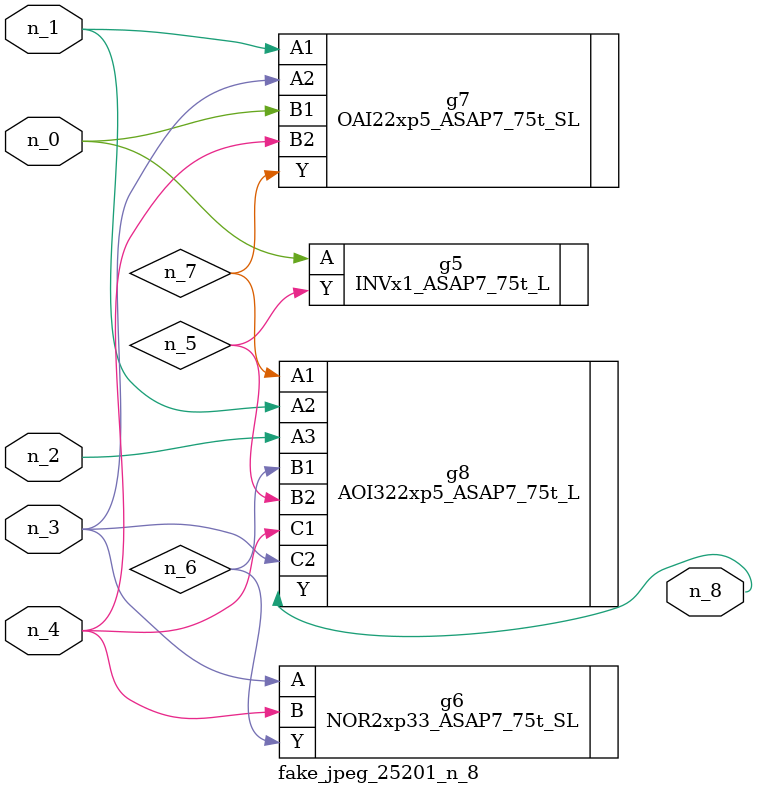
<source format=v>
module fake_jpeg_25201_n_8 (n_3, n_2, n_1, n_0, n_4, n_8);

input n_3;
input n_2;
input n_1;
input n_0;
input n_4;

output n_8;

wire n_6;
wire n_5;
wire n_7;

INVx1_ASAP7_75t_L g5 ( 
.A(n_0),
.Y(n_5)
);

NOR2xp33_ASAP7_75t_SL g6 ( 
.A(n_3),
.B(n_4),
.Y(n_6)
);

OAI22xp5_ASAP7_75t_SL g7 ( 
.A1(n_1),
.A2(n_3),
.B1(n_0),
.B2(n_4),
.Y(n_7)
);

AOI322xp5_ASAP7_75t_L g8 ( 
.A1(n_7),
.A2(n_1),
.A3(n_2),
.B1(n_6),
.B2(n_5),
.C1(n_4),
.C2(n_3),
.Y(n_8)
);


endmodule
</source>
